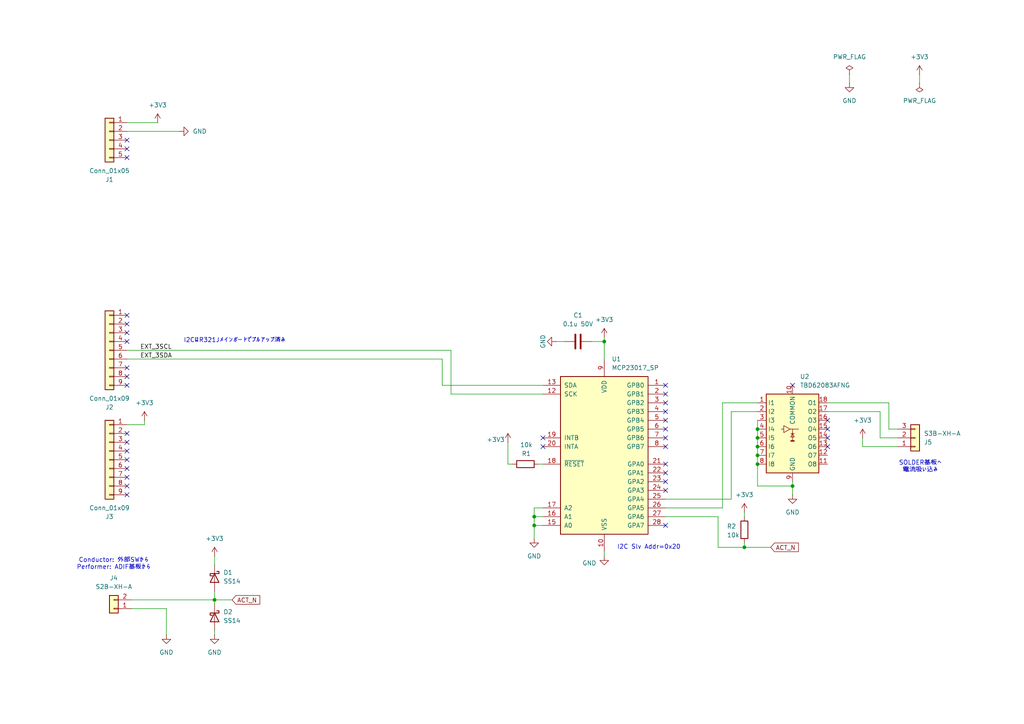
<source format=kicad_sch>
(kicad_sch (version 20250114) (generator "eeschema") (generator_version "9.0")
  (paper "A4")
  (title_block (title "週10で松屋 ADIF-BB基板") (date "2025-12-07") (rev "1.0"))
  (lib_symbols
    (symbol "Connector_Generic:Conn_01x02" (pin_names (offset 1.016) (hide yes))
      (property "Reference" "J" (at 0 2.54 0))
      (property "Value" "Conn_01x02" (at 0 -5.08 0))
      (symbol "Conn_01x02_1_1"
        (rectangle (start -1.27 1.27) (end 1.27 -3.81) (stroke (width 0.254)) (fill (type background)))
        (rectangle (start -1.27 0.127) (end 0 -0.127) (stroke (width 0.1524)))
        (rectangle (start -1.27 -2.413) (end 0 -2.667) (stroke (width 0.1524)))
        (pin passive line (at -5.08 0 0) (length 3.81) (name "Pin_1") (number "1"))
        (pin passive line (at -5.08 -2.54 0) (length 3.81) (name "Pin_2") (number "2"))
      )
    )
    (symbol "Connector_Generic:Conn_01x03" (pin_names (offset 1.016) (hide yes))
      (property "Reference" "J" (at 0 5.08 0))
      (property "Value" "Conn_01x03" (at 0 -5.08 0))
      (symbol "Conn_01x03_1_1"
        (rectangle (start -1.27 3.81) (end 1.27 -3.81) (stroke (width 0.254)) (fill (type background)))
        (rectangle (start -1.27 2.667) (end 0 2.413) (stroke (width 0.1524)))
        (rectangle (start -1.27 0.127) (end 0 -0.127) (stroke (width 0.1524)))
        (rectangle (start -1.27 -2.413) (end 0 -2.667) (stroke (width 0.1524)))
        (pin passive line (at -5.08 2.54 0) (length 3.81) (name "Pin_1") (number "1"))
        (pin passive line (at -5.08 0 0) (length 3.81) (name "Pin_2") (number "2"))
        (pin passive line (at -5.08 -2.54 0) (length 3.81) (name "Pin_3") (number "3"))
      )
    )
    (symbol "Connector_Generic:Conn_01x05" (pin_names (offset 1.016) (hide yes))
      (property "Reference" "J" (at 0 7.62 0))
      (property "Value" "Conn_01x05" (at 0 -7.62 0))
      (symbol "Conn_01x05_1_1"
        (rectangle (start -1.27 6.35) (end 1.27 -6.35) (stroke (width 0.254)) (fill (type background)))
        (rectangle (start -1.27 5.207) (end 0 4.953) (stroke (width 0.1524)))
        (rectangle (start -1.27 2.667) (end 0 2.413) (stroke (width 0.1524)))
        (rectangle (start -1.27 0.127) (end 0 -0.127) (stroke (width 0.1524)))
        (rectangle (start -1.27 -2.413) (end 0 -2.667) (stroke (width 0.1524)))
        (rectangle (start -1.27 -4.953) (end 0 -5.207) (stroke (width 0.1524)))
        (pin passive line (at -5.08 5.08 0) (length 3.81) (name "Pin_1") (number "1"))
        (pin passive line (at -5.08 2.54 0) (length 3.81) (name "Pin_2") (number "2"))
        (pin passive line (at -5.08 0 0) (length 3.81) (name "Pin_3") (number "3"))
        (pin passive line (at -5.08 -2.54 0) (length 3.81) (name "Pin_4") (number "4"))
        (pin passive line (at -5.08 -5.08 0) (length 3.81) (name "Pin_5") (number "5"))
      )
    )
    (symbol "Connector_Generic:Conn_01x09" (pin_names (offset 1.016) (hide yes))
      (property "Reference" "J" (at 0 12.7 0))
      (property "Value" "Conn_01x09" (at 0 -12.7 0))
      (symbol "Conn_01x09_1_1"
        (rectangle (start -1.27 11.43) (end 1.27 -11.43) (stroke (width 0.254)) (fill (type background)))
        (rectangle (start -1.27 10.287) (end 0 10.033) (stroke (width 0.1524)))
        (rectangle (start -1.27 7.747) (end 0 7.493) (stroke (width 0.1524)))
        (rectangle (start -1.27 5.207) (end 0 4.953) (stroke (width 0.1524)))
        (rectangle (start -1.27 2.667) (end 0 2.413) (stroke (width 0.1524)))
        (rectangle (start -1.27 0.127) (end 0 -0.127) (stroke (width 0.1524)))
        (rectangle (start -1.27 -2.413) (end 0 -2.667) (stroke (width 0.1524)))
        (rectangle (start -1.27 -4.953) (end 0 -5.207) (stroke (width 0.1524)))
        (rectangle (start -1.27 -7.493) (end 0 -7.747) (stroke (width 0.1524)))
        (rectangle (start -1.27 -10.033) (end 0 -10.287) (stroke (width 0.1524)))
        (pin passive line (at -5.08 10.16 0) (length 3.81) (name "Pin_1") (number "1"))
        (pin passive line (at -5.08 7.62 0) (length 3.81) (name "Pin_2") (number "2"))
        (pin passive line (at -5.08 5.08 0) (length 3.81) (name "Pin_3") (number "3"))
        (pin passive line (at -5.08 2.54 0) (length 3.81) (name "Pin_4") (number "4"))
        (pin passive line (at -5.08 0 0) (length 3.81) (name "Pin_5") (number "5"))
        (pin passive line (at -5.08 -2.54 0) (length 3.81) (name "Pin_6") (number "6"))
        (pin passive line (at -5.08 -5.08 0) (length 3.81) (name "Pin_7") (number "7"))
        (pin passive line (at -5.08 -7.62 0) (length 3.81) (name "Pin_8") (number "8"))
        (pin passive line (at -5.08 -10.16 0) (length 3.81) (name "Pin_9") (number "9"))
      )
    )
    (symbol "Device:C" (pin_numbers (hide yes)) (pin_names (offset 0.254))
      (property "Reference" "C" (at 0.635 2.54 0))
      (property "Value" "C" (at 0.635 -2.54 0))
      (symbol "C_0_1"
        (polyline (pts (xy -2.032 0.762) (xy 2.032 0.762)) (stroke (width 0.508)))
        (polyline (pts (xy -2.032 -0.762) (xy 2.032 -0.762)) (stroke (width 0.508)))
      )
      (symbol "C_1_1"
        (pin passive line (at 0 3.81 270) (length 2.794) (name "~") (number "1"))
        (pin passive line (at 0 -3.81 90) (length 2.794) (name "~") (number "2"))
      )
    )
    (symbol "Device:R" (pin_numbers (hide yes)) (pin_names (offset 0))
      (property "Reference" "R" (at 2.032 0 90))
      (property "Value" "R" (at 0 0 90))
      (symbol "R_0_1"
        (rectangle (start -1.016 -2.54) (end 1.016 2.54) (stroke (width 0.254)))
      )
      (symbol "R_1_1"
        (pin passive line (at 0 3.81 270) (length 1.27) (name "~") (number "1"))
        (pin passive line (at 0 -3.81 90) (length 1.27) (name "~") (number "2"))
      )
    )
    (symbol "Diode:SS14" (pin_numbers (hide yes)) (pin_names (offset 1.016) (hide yes))
      (property "Reference" "D" (at 0 2.54 0))
      (property "Value" "SS14" (at 0 -2.54 0))
      (symbol "SS14_0_1"
        (polyline (pts (xy -1.905 0.635) (xy -1.905 1.27) (xy -1.27 1.27) (xy -1.27 -1.27) (xy -0.635 -1.27) (xy -0.635 -0.635)) (stroke (width 0.254)))
        (polyline (pts (xy 1.27 1.27) (xy 1.27 -1.27) (xy -1.27 0) (xy 1.27 1.27)) (stroke (width 0.254)))
        (polyline (pts (xy 1.27 0) (xy -1.27 0)))
      )
      (symbol "SS14_1_1"
        (pin passive line (at -3.81 0 0) (length 2.54) (name "K") (number "1"))
        (pin passive line (at 3.81 0 180) (length 2.54) (name "A") (number "2"))
      )
    )
    (symbol "Interface_Expansion:MCP23017_SP" (pin_names (offset 1.016))
      (property "Reference" "U" (at -11.43 24.13 0))
      (property "Value" "MCP23017_SP" (at 0 0 0))
      (symbol "MCP23017_SP_0_1"
        (rectangle (start -12.7 22.86) (end 12.7 -22.86) (stroke (width 0.254)) (fill (type background)))
      )
      (symbol "MCP23017_SP_1_1"
        (pin bidirectional line (at -17.78 20.32 0) (length 5.08) (name "SDA") (number "13"))
        (pin input line (at -17.78 17.78 0) (length 5.08) (name "SCK") (number "12"))
        (pin tri_state line (at -17.78 5.08 0) (length 5.08) (name "INTB") (number "19"))
        (pin tri_state line (at -17.78 2.54 0) (length 5.08) (name "INTA") (number "20"))
        (pin input line (at -17.78 -2.54 0) (length 5.08) (name "~{RESET}") (number "18"))
        (pin input line (at -17.78 -15.24 0) (length 5.08) (name "A2") (number "17"))
        (pin input line (at -17.78 -17.78 0) (length 5.08) (name "A1") (number "16"))
        (pin input line (at -17.78 -20.32 0) (length 5.08) (name "A0") (number "15"))
        (pin no_connect line (at -12.7 15.24 0) (length 5.08) (hide yes) (name "NC") (number "11"))
        (pin no_connect line (at -12.7 12.7 0) (length 5.08) (hide yes) (name "NC") (number "14"))
        (pin power_in line (at 0 27.94 270) (length 5.08) (name "VDD") (number "9"))
        (pin power_in line (at 0 -27.94 90) (length 5.08) (name "VSS") (number "10"))
        (pin bidirectional line (at 17.78 20.32 180) (length 5.08) (name "GPB0") (number "1"))
        (pin bidirectional line (at 17.78 17.78 180) (length 5.08) (name "GPB1") (number "2"))
        (pin bidirectional line (at 17.78 15.24 180) (length 5.08) (name "GPB2") (number "3"))
        (pin bidirectional line (at 17.78 12.7 180) (length 5.08) (name "GPB3") (number "4"))
        (pin bidirectional line (at 17.78 10.16 180) (length 5.08) (name "GPB4") (number "5"))
        (pin bidirectional line (at 17.78 7.62 180) (length 5.08) (name "GPB5") (number "6"))
        (pin bidirectional line (at 17.78 5.08 180) (length 5.08) (name "GPB6") (number "7"))
        (pin output line (at 17.78 2.54 180) (length 5.08) (name "GPB7") (number "8"))
        (pin bidirectional line (at 17.78 -2.54 180) (length 5.08) (name "GPA0") (number "21"))
        (pin bidirectional line (at 17.78 -5.08 180) (length 5.08) (name "GPA1") (number "22"))
        (pin bidirectional line (at 17.78 -7.62 180) (length 5.08) (name "GPA2") (number "23"))
        (pin bidirectional line (at 17.78 -10.16 180) (length 5.08) (name "GPA3") (number "24"))
        (pin bidirectional line (at 17.78 -12.7 180) (length 5.08) (name "GPA4") (number "25"))
        (pin bidirectional line (at 17.78 -15.24 180) (length 5.08) (name "GPA5") (number "26"))
        (pin bidirectional line (at 17.78 -17.78 180) (length 5.08) (name "GPA6") (number "27"))
        (pin output line (at 17.78 -20.32 180) (length 5.08) (name "GPA7") (number "28"))
      )
    )
    (symbol "RoboCon2025_ADIF:TBD62083A"
      (property "Reference" "U" (at -7.62 11.43 0))
      (property "Value" "TBD62083A" (at 1.27 11.43 0))
      (symbol "TBD62083A_0_1"
        (rectangle (start -7.62 10.16) (end 7.62 -12.7) (stroke (width 0.254)) (fill (type background)))
        (polyline (pts (xy -3.302 0) (xy -2.54 0) (xy -2.54 1.016) (xy -0.762 0) (xy -2.54 -1.016) (xy -2.54 0)))
        (polyline (pts (xy -1.778 2.794) (xy -1.778 2.794)) (stroke (width 0.254)))
        (polyline (pts (xy -1.778 2.032) (xy -1.778 2.032)) (stroke (width 0.254)))
        (polyline (pts (xy -1.778 1.27) (xy -1.778 1.27)) (stroke (width 0.254)))
        (polyline (pts (xy -1.778 -1.27) (xy -1.778 -1.27)) (stroke (width 0.254)))
        (polyline (pts (xy -1.778 -2.032) (xy -1.778 -2.032)) (stroke (width 0.254)))
        (polyline (pts (xy -1.778 -2.794) (xy -1.778 -2.794)) (stroke (width 0.254)))
        (polyline (pts (xy -0.762 0) (xy 1.778 0)))
        (polyline (pts (xy -0.508 -1.27) (xy 0.508 -1.27)))
        (rectangle (start -0.508 -3.302) (end 0.508 -3.556) (fill (type outline)))
        (polyline (pts (xy 0 0) (xy 0 0)) (stroke (width 0.508)))
        (polyline (pts (xy 0 0) (xy 0 -3.302)))
        (polyline (pts (xy 0 -1.27) (xy -0.508 -2.286) (xy 0.508 -2.286) (xy 0 -1.27)))
      )
      (symbol "TBD62083A_1_1"
        (pin input line (at -10.16 7.62 0) (length 2.54) (name "I1") (number "1"))
        (pin input line (at -10.16 5.08 0) (length 2.54) (name "I2") (number "2"))
        (pin input line (at -10.16 2.54 0) (length 2.54) (name "I3") (number "3"))
        (pin input line (at -10.16 0 0) (length 2.54) (name "I4") (number "4"))
        (pin input line (at -10.16 -2.54 0) (length 2.54) (name "I5") (number "5"))
        (pin input line (at -10.16 -5.08 0) (length 2.54) (name "I6") (number "6"))
        (pin input line (at -10.16 -7.62 0) (length 2.54) (name "I7") (number "7"))
        (pin input line (at -10.16 -10.16 0) (length 2.54) (name "I8") (number "8"))
        (pin power_in line (at 0 12.7 270) (length 2.54) (name "COMMON") (number "10"))
        (pin power_in line (at 0 -15.24 90) (length 2.54) (name "GND") (number "9"))
        (pin open_emitter line (at 10.16 7.62 180) (length 2.54) (name "O1") (number "18"))
        (pin open_emitter line (at 10.16 5.08 180) (length 2.54) (name "O2") (number "17"))
        (pin open_emitter line (at 10.16 2.54 180) (length 2.54) (name "O3") (number "16"))
        (pin open_emitter line (at 10.16 0 180) (length 2.54) (name "O4") (number "15"))
        (pin open_emitter line (at 10.16 -2.54 180) (length 2.54) (name "O5") (number "14"))
        (pin open_emitter line (at 10.16 -5.08 180) (length 2.54) (name "O6") (number "13"))
        (pin open_emitter line (at 10.16 -7.62 180) (length 2.54) (name "O7") (number "12"))
        (pin open_emitter line (at 10.16 -10.16 180) (length 2.54) (name "O8") (number "11"))
      )
    )
    (symbol "power:+3V3" (power) (pin_numbers (hide yes)) (pin_names (offset 0) (hide yes))
      (property "Value" "+3V3" (at 0 3.556 0))
      (symbol "+3V3_0_1"
        (polyline (pts (xy -0.762 1.27) (xy 0 2.54)))
        (polyline (pts (xy 0 2.54) (xy 0.762 1.27)))
        (polyline (pts (xy 0 0) (xy 0 2.54)))
      )
      (symbol "+3V3_1_1"
        (pin power_in line (at 0 0 90) (length 0) (name "~") (number "1"))
      )
    )
    (symbol "power:GND" (power) (pin_numbers (hide yes)) (pin_names (offset 0) (hide yes))
      (property "Value" "GND" (at 0 -3.81 0))
      (symbol "GND_0_1"
        (polyline (pts (xy 0 0) (xy 0 -1.27) (xy 1.27 -1.27) (xy 0 -2.54) (xy -1.27 -1.27) (xy 0 -1.27)))
      )
      (symbol "GND_1_1"
        (pin power_in line (at 0 0 270) (length 0) (name "~") (number "1"))
      )
    )
    (symbol "power:PWR_FLAG" (power) (pin_numbers (hide yes)) (pin_names (offset 0) (hide yes))
      (property "Value" "PWR_FLAG" (at 0 3.81 0))
      (symbol "PWR_FLAG_0_0"
        (pin power_out line (at 0 0 90) (length 0) (name "~") (number "1"))
      )
      (symbol "PWR_FLAG_0_1"
        (polyline (pts (xy 0 0) (xy 0 1.27) (xy -1.016 1.905) (xy 0 2.54) (xy 1.016 1.905) (xy 0 1.27)))
      )
    )
  )
  (text "I2C Slv Addr=0x20" (at 188.214 158.75 0) (effects (font (size 1.27 1.27))))
  (text "Conductor: 外部SWから\nPerformer: ADIF基板から" (at 33.02 163.576 0) (effects (font (size 1.27 1.27))))
  (text "I2CはR321Jメインボードでプルアップ済み" (at 68.072 98.806 0) (effects (font (size 1.27 1.27))))
  (text "SOLDER基板へ\n電流吸い込み" (at 266.954 135.382 0) (effects (font (size 1.27 1.27))))
  (junction (at 229.87 140.97))
  (junction (at 219.71 132.08))
  (junction (at 219.71 129.54))
  (junction (at 62.23 173.99))
  (junction (at 219.71 134.62))
  (junction (at 219.71 127))
  (junction (at 154.94 149.86))
  (junction (at 219.71 124.46))
  (junction (at 154.94 152.4))
  (junction (at 215.9 158.75))
  (junction (at 175.26 99.06))
  (no_connect (at 36.83 109.22))
  (no_connect (at 36.83 143.51))
  (no_connect (at 36.83 140.97))
  (no_connect (at 240.03 129.54))
  (no_connect (at 240.03 127))
  (no_connect (at 193.04 114.3))
  (no_connect (at 193.04 124.46))
  (no_connect (at 36.83 96.52))
  (no_connect (at 36.83 45.72))
  (no_connect (at 36.83 125.73))
  (no_connect (at 36.83 133.35))
  (no_connect (at 193.04 152.4))
  (no_connect (at 240.03 124.46))
  (no_connect (at 193.04 121.92))
  (no_connect (at 193.04 111.76))
  (no_connect (at 157.48 127))
  (no_connect (at 193.04 134.62))
  (no_connect (at 193.04 137.16))
  (no_connect (at 36.83 40.64))
  (no_connect (at 36.83 135.89))
  (no_connect (at 157.48 129.54))
  (no_connect (at 193.04 129.54))
  (no_connect (at 240.03 121.92))
  (no_connect (at 193.04 139.7))
  (no_connect (at 36.83 43.18))
  (no_connect (at 36.83 106.68))
  (no_connect (at 36.83 138.43))
  (no_connect (at 36.83 91.44))
  (no_connect (at 193.04 119.38))
  (no_connect (at 193.04 116.84))
  (no_connect (at 193.04 142.24))
  (no_connect (at 36.83 99.06))
  (no_connect (at 36.83 93.98))
  (no_connect (at 229.87 111.76))
  (no_connect (at 36.83 111.76))
  (no_connect (at 193.04 127))
  (no_connect (at 36.83 128.27))
  (no_connect (at 36.83 130.81))
  (wire (pts (xy 175.26 160.02) (xy 175.26 161.29)))
  (wire (pts (xy 250.19 129.54) (xy 260.35 129.54)))
  (wire (pts (xy 156.21 134.62) (xy 157.48 134.62)))
  (wire (pts (xy 128.27 111.76) (xy 157.48 111.76)))
  (wire (pts (xy 36.83 104.14) (xy 128.27 104.14)))
  (wire (pts (xy 154.94 147.32) (xy 157.48 147.32)))
  (wire (pts (xy 266.7 21.59) (xy 266.7 24.13)))
  (wire (pts (xy 154.94 156.21) (xy 154.94 152.4)))
  (wire (pts (xy 154.94 149.86) (xy 154.94 147.32)))
  (wire (pts (xy 209.55 116.84) (xy 209.55 147.32)))
  (wire (pts (xy 36.83 101.6) (xy 130.81 101.6)))
  (wire (pts (xy 219.71 116.84) (xy 209.55 116.84)))
  (wire (pts (xy 193.04 147.32) (xy 209.55 147.32)))
  (wire (pts (xy 215.9 158.75) (xy 223.52 158.75)))
  (wire (pts (xy 130.81 114.3) (xy 157.48 114.3)))
  (wire (pts (xy 208.28 149.86) (xy 208.28 158.75)))
  (wire (pts (xy 219.71 140.97) (xy 229.87 140.97)))
  (wire (pts (xy 229.87 139.7) (xy 229.87 140.97)))
  (wire (pts (xy 147.32 134.62) (xy 148.59 134.62)))
  (wire (pts (xy 219.71 124.46) (xy 219.71 127)))
  (wire (pts (xy 38.1 173.99) (xy 62.23 173.99)))
  (wire (pts (xy 240.03 116.84) (xy 257.81 116.84)))
  (wire (pts (xy 212.09 119.38) (xy 212.09 144.78)))
  (wire (pts (xy 257.81 124.46) (xy 260.35 124.46)))
  (wire (pts (xy 154.94 149.86) (xy 157.48 149.86)))
  (wire (pts (xy 128.27 104.14) (xy 128.27 111.76)))
  (wire (pts (xy 219.71 121.92) (xy 219.71 124.46)))
  (wire (pts (xy 250.19 127) (xy 250.19 129.54)))
  (wire (pts (xy 215.9 149.86) (xy 215.9 148.59)))
  (wire (pts (xy 260.35 127) (xy 255.27 127)))
  (wire (pts (xy 175.26 97.79) (xy 175.26 99.06)))
  (wire (pts (xy 193.04 144.78) (xy 212.09 144.78)))
  (wire (pts (xy 240.03 119.38) (xy 255.27 119.38)))
  (wire (pts (xy 219.71 134.62) (xy 219.71 140.97)))
  (wire (pts (xy 257.81 116.84) (xy 257.81 124.46)))
  (wire (pts (xy 154.94 152.4) (xy 157.48 152.4)))
  (wire (pts (xy 219.71 127) (xy 219.71 129.54)))
  (wire (pts (xy 36.83 35.56) (xy 45.72 35.56)))
  (wire (pts (xy 36.83 38.1) (xy 52.07 38.1)))
  (wire (pts (xy 48.26 176.53) (xy 48.26 184.15)))
  (wire (pts (xy 154.94 152.4) (xy 154.94 149.86)))
  (wire (pts (xy 229.87 140.97) (xy 229.87 143.51)))
  (wire (pts (xy 41.91 121.92) (xy 41.91 123.19)))
  (wire (pts (xy 219.71 129.54) (xy 219.71 132.08)))
  (wire (pts (xy 219.71 132.08) (xy 219.71 134.62)))
  (wire (pts (xy 161.29 99.06) (xy 163.83 99.06)))
  (wire (pts (xy 171.45 99.06) (xy 175.26 99.06)))
  (wire (pts (xy 208.28 158.75) (xy 215.9 158.75)))
  (wire (pts (xy 130.81 101.6) (xy 130.81 114.3)))
  (wire (pts (xy 62.23 173.99) (xy 62.23 175.26)))
  (wire (pts (xy 215.9 157.48) (xy 215.9 158.75)))
  (wire (pts (xy 62.23 171.45) (xy 62.23 173.99)))
  (wire (pts (xy 62.23 182.88) (xy 62.23 184.15)))
  (wire (pts (xy 246.38 21.59) (xy 246.38 24.13)))
  (wire (pts (xy 255.27 127) (xy 255.27 119.38)))
  (wire (pts (xy 41.91 123.19) (xy 36.83 123.19)))
  (wire (pts (xy 193.04 149.86) (xy 208.28 149.86)))
  (wire (pts (xy 62.23 173.99) (xy 67.31 173.99)))
  (wire (pts (xy 147.32 128.27) (xy 147.32 134.62)))
  (wire (pts (xy 175.26 99.06) (xy 175.26 104.14)))
  (wire (pts (xy 62.23 161.29) (xy 62.23 163.83)))
  (wire (pts (xy 219.71 119.38) (xy 212.09 119.38)))
  (wire (pts (xy 38.1 176.53) (xy 48.26 176.53)))
  (label "EXT_3SDA" (at 40.64 104.14 0))
  (label "EXT_3SCL" (at 40.64 101.6 0))
  (global_label "ACT_N" (shape input) (at 223.52 158.75 0) (property "Intersheetrefs" "${INTERSHEET_REFS}" (effects (hide yes))))
  (global_label "ACT_N" (shape input) (at 67.31 173.99 0) (property "Intersheetrefs" "${INTERSHEET_REFS}" (effects (hide yes))))
  (symbol (lib_id "power:GND") (at 48.26 184.15 0) (unit 1)
    (property "Reference" "#PWR04" (effects (hide yes)))
    (property "Value" "GND" (at 48.26 189.23 0))
    (property "Description" "Power symbol creates a global label with name \"GND\" , ground" (effects (hide yes)))
  )
  (symbol (lib_id "power:GND") (at 175.26 161.29 0) (unit 1)
    (property "Reference" "#PWR013" (effects (hide yes)))
    (property "Value" "GND" (at 170.942 163.322 0))
    (property "Description" "Power symbol creates a global label with name \"GND\" , ground" (effects (hide yes)))
  )
  (symbol (lib_id "Connector_Generic:Conn_01x02") (at 33.02 176.53 180) (unit 1)
    (property "Reference" "J4" (at 33.02 167.64 0))
    (property "Value" "S2B-XH-A" (at 33.02 170.18 0))
    (property "Footprint" "Connector_JST:JST_XH_S2B-XH-A_1x02_P2.50mm_Horizontal" (effects (hide yes)))
    (property "Description" "Generic connector, single row, 01x02, script generated (kicad-library-utils/schlib/autogen/connector/)" (effects (hide yes)))
  )
  (symbol (lib_id "power:PWR_FLAG") (at 246.38 21.59 0) (unit 1)
    (property "Reference" "#FLG01" (effects (hide yes)))
    (property "Value" "PWR_FLAG" (at 246.38 16.51 0))
    (property "Description" "Special symbol for telling ERC where power comes from" (effects (hide yes)))
  )
  (symbol (lib_id "power:+3V3") (at 147.32 128.27 0) (unit 1)
    (property "Reference" "#PWR09" (effects (hide yes)))
    (property "Value" "+3V3" (at 143.764 127.508 0))
    (property "Description" "Power symbol creates a global label with name \"+3V3\"" (effects (hide yes)))
  )
  (symbol (lib_id "Diode:SS14") (at 62.23 179.07 270) (unit 1)
    (property "Reference" "D2" (at 64.77 177.4824 90) (effects (justify left)))
    (property "Value" "SS14" (at 64.77 180.0224 90) (effects (justify left)))
    (property "Footprint" "Diode_THT:D_DO-15_P2.54mm_Vertical_AnodeUp" (effects (hide yes)))
    (property "Datasheet" "https://www.vishay.com/docs/88746/ss12.pdf" (effects (hide yes)))
    (property "Description" "40V 1A Schottky Diode, SMA" (effects (hide yes)))
  )
  (symbol (lib_id "Connector_Generic:Conn_01x09") (at 31.75 133.35 0) (mirror y) (unit 1)
    (property "Reference" "J3" (at 31.75 149.86 0))
    (property "Value" "Conn_01x09" (at 31.75 147.32 0))
    (property "Footprint" "Connector_PinHeader_2.54mm:PinHeader_1x09_P2.54mm_Vertical" (effects (hide yes)))
    (property "Description" "Generic connector, single row, 01x09, script generated (kicad-library-utils/schlib/autogen/connector/)" (effects (hide yes)))
  )
  (symbol (lib_id "power:+3V3") (at 45.72 35.56 0) (unit 1)
    (property "Reference" "#PWR03" (effects (hide yes)))
    (property "Value" "+3V3" (at 45.72 30.48 0))
    (property "Description" "Power symbol creates a global label with name \"+3V3\"" (effects (hide yes)))
  )
  (symbol (lib_id "Device:R") (at 215.9 153.67 0) (unit 1)
    (property "Reference" "R2" (at 210.82 152.654 0) (effects (justify left)))
    (property "Value" "10k" (at 210.82 155.194 0) (effects (justify left)))
    (property "Footprint" "Resistor_THT:R_Axial_DIN0207_L6.3mm_D2.5mm_P2.54mm_Vertical" (effects (hide yes)))
    (property "Description" "Resistor" (effects (hide yes)))
  )
  (symbol (lib_id "Connector_Generic:Conn_01x03") (at 265.43 127 0) (mirror x) (unit 1)
    (property "Reference" "J5" (at 267.97 128.2701 0) (effects (justify left)))
    (property "Value" "S3B-XH-A" (at 267.97 125.7301 0) (effects (justify left)))
    (property "Footprint" "Connector_JST:JST_XH_S3B-XH-A_1x03_P2.50mm_Horizontal" (effects (hide yes)))
    (property "Description" "Generic connector, single row, 01x03, script generated (kicad-library-utils/schlib/autogen/connector/)" (effects (hide yes)))
  )
  (symbol (lib_id "power:PWR_FLAG") (at 266.7 24.13 180) (unit 1)
    (property "Reference" "#FLG02" (effects (hide yes)))
    (property "Value" "PWR_FLAG" (at 266.7 29.21 0))
    (property "Description" "Special symbol for telling ERC where power comes from" (effects (hide yes)))
  )
  (symbol (lib_id "Connector_Generic:Conn_01x09") (at 31.75 101.6 0) (mirror y) (unit 1)
    (property "Reference" "J2" (at 31.75 118.11 0))
    (property "Value" "Conn_01x09" (at 31.75 115.57 0))
    (property "Footprint" "Connector_PinHeader_2.54mm:PinHeader_1x09_P2.54mm_Vertical" (effects (hide yes)))
    (property "Description" "Generic connector, single row, 01x09, script generated (kicad-library-utils/schlib/autogen/connector/)" (effects (hide yes)))
  )
  (symbol (lib_id "power:GND") (at 246.38 24.13 0) (unit 1)
    (property "Reference" "#PWR017" (effects (hide yes)))
    (property "Value" "GND" (at 246.38 29.21 0))
    (property "Description" "Power symbol creates a global label with name \"GND\" , ground" (effects (hide yes)))
  )
  (symbol (lib_id "Connector_Generic:Conn_01x05") (at 31.75 40.64 0) (mirror y) (unit 1)
    (property "Reference" "J1" (at 31.75 52.07 0))
    (property "Value" "Conn_01x05" (at 31.75 49.53 0))
    (property "Footprint" "Connector_PinHeader_2.54mm:PinHeader_1x05_P2.54mm_Vertical" (effects (hide yes)))
    (property "Description" "Generic connector, single row, 01x05, script generated (kicad-library-utils/schlib/autogen/connector/)" (effects (hide yes)))
  )
  (symbol (lib_id "power:GND") (at 161.29 99.06 270) (unit 1)
    (property "Reference" "#PWR011" (effects (hide yes)))
    (property "Value" "GND" (at 157.48 99.06 0))
    (property "Description" "Power symbol creates a global label with name \"GND\" , ground" (effects (hide yes)))
  )
  (symbol (lib_id "power:GND") (at 52.07 38.1 90) (unit 1)
    (property "Reference" "#PWR06" (effects (hide yes)))
    (property "Value" "GND" (at 55.88 38.0999 90) (effects (justify right)))
    (property "Description" "Power symbol creates a global label with name \"GND\" , ground" (effects (hide yes)))
  )
  (symbol (lib_id "power:GND") (at 229.87 143.51 0) (unit 1)
    (property "Reference" "#PWR016" (effects (hide yes)))
    (property "Value" "GND" (at 229.87 148.59 0))
    (property "Description" "Power symbol creates a global label with name \"GND\" , ground" (effects (hide yes)))
  )
  (symbol (lib_id "Diode:SS14") (at 62.23 167.64 270) (unit 1)
    (property "Reference" "D1" (at 64.77 166.0524 90) (effects (justify left)))
    (property "Value" "SS14" (at 64.77 168.5924 90) (effects (justify left)))
    (property "Footprint" "Diode_THT:D_DO-15_P2.54mm_Vertical_AnodeUp" (effects (hide yes)))
    (property "Datasheet" "https://www.vishay.com/docs/88746/ss12.pdf" (effects (hide yes)))
    (property "Description" "40V 1A Schottky Diode, SMA" (effects (hide yes)))
  )
  (symbol (lib_id "power:GND") (at 154.94 156.21 0) (unit 1)
    (property "Reference" "#PWR010" (effects (hide yes)))
    (property "Value" "GND" (at 154.94 161.29 0))
    (property "Description" "Power symbol creates a global label with name \"GND\" , ground" (effects (hide yes)))
  )
  (symbol (lib_id "power:+3V3") (at 62.23 161.29 0) (unit 1)
    (property "Reference" "#PWR07" (effects (hide yes)))
    (property "Value" "+3V3" (at 62.23 156.21 0))
    (property "Description" "Power symbol creates a global label with name \"+3V3\"" (effects (hide yes)))
  )
  (symbol (lib_id "Device:C") (at 167.64 99.06 90) (unit 1)
    (property "Reference" "C1" (at 167.64 91.44 90))
    (property "Value" "0.1u 50V" (at 167.64 93.98 90))
    (property "Footprint" "Capacitor_THT:C_Disc_D3.0mm_W2.0mm_P2.50mm" (effects (hide yes)))
    (property "Description" "Unpolarized capacitor" (effects (hide yes)))
  )
  (symbol (lib_id "power:+3V3") (at 175.26 97.79 0) (unit 1)
    (property "Reference" "#PWR012" (effects (hide yes)))
    (property "Value" "+3V3" (at 175.26 92.71 0))
    (property "Description" "Power symbol creates a global label with name \"+3V3\"" (effects (hide yes)))
  )
  (symbol (lib_id "power:+3V3") (at 41.91 121.92 0) (unit 1)
    (property "Reference" "#PWR01" (effects (hide yes)))
    (property "Value" "+3V3" (at 41.91 116.84 0))
    (property "Description" "Power symbol creates a global label with name \"+3V3\"" (effects (hide yes)))
  )
  (symbol (lib_id "power:+3V3") (at 266.7 21.59 0) (unit 1)
    (property "Reference" "#PWR019" (effects (hide yes)))
    (property "Value" "+3V3" (at 266.7 16.51 0))
    (property "Description" "Power symbol creates a global label with name \"+3V3\"" (effects (hide yes)))
  )
  (symbol (lib_id "power:+3V3") (at 215.9 148.59 0) (unit 1)
    (property "Reference" "#PWR015" (effects (hide yes)))
    (property "Value" "+3V3" (at 215.9 143.51 0))
    (property "Description" "Power symbol creates a global label with name \"+3V3\"" (effects (hide yes)))
  )
  (symbol (lib_id "Device:R") (at 152.4 134.62 270) (unit 1)
    (property "Reference" "R1" (at 152.654 131.572 90))
    (property "Value" "10k" (at 152.654 129.032 90))
    (property "Footprint" "Resistor_THT:R_Axial_DIN0204_L3.6mm_D1.6mm_P7.62mm_Horizontal" (effects (hide yes)))
    (property "Description" "Resistor" (effects (hide yes)))
  )
  (symbol (lib_id "power:GND") (at 62.23 184.15 0) (unit 1)
    (property "Reference" "#PWR08" (effects (hide yes)))
    (property "Value" "GND" (at 62.23 189.23 0))
    (property "Description" "Power symbol creates a global label with name \"GND\" , ground" (effects (hide yes)))
  )
  (symbol (lib_id "power:+3V3") (at 250.19 127 0) (unit 1)
    (property "Reference" "#PWR018" (effects (hide yes)))
    (property "Value" "+3V3" (at 250.19 121.92 0))
    (property "Description" "Power symbol creates a global label with name \"+3V3\"" (effects (hide yes)))
  )
  (symbol (lib_id "RoboCon2025_ADIF:TBD62083A") (at 229.87 124.46 0) (unit 1)
    (property "Reference" "U2" (at 232.0133 109.22 0) (effects (justify left)))
    (property "Value" "TBD62083AFNG" (at 232.0133 111.76 0) (effects (justify left)))
    (property "Footprint" "Package_DIP:DIP-18_W7.62mm_Socket" (effects (hide yes)))
    (property "Datasheet" "https://toshiba.semicon-storage.com/jp/semiconductor/product/linear-ics/transistor-arrays/detail.TBD62083APG.html" (effects (hide yes)))
    (property "Description" "8-Channel Sink Type Transistor Array" (effects (hide yes)))
  )
  (symbol (lib_id "Interface_Expansion:MCP23017_SP") (at 175.26 132.08 0) (unit 1)
    (property "Reference" "U1" (at 177.4033 104.14 0) (effects (justify left)))
    (property "Value" "MCP23017_SP" (at 177.4033 106.68 0) (effects (justify left)))
    (property "Footprint" "Package_DIP:DIP-28_W7.62mm_Socket" (effects (hide yes)))
    (property "Datasheet" "https://ww1.microchip.com/downloads/aemDocuments/documents/APID/ProductDocuments/DataSheets/MCP23017-Data-Sheet-DS20001952.pdf" (effects (hide yes)))
    (property "Description" "16-bit I/O expander, I2C, interrupts, w pull-ups, SPDIP-28" (effects (hide yes)))
  )
)
</source>
